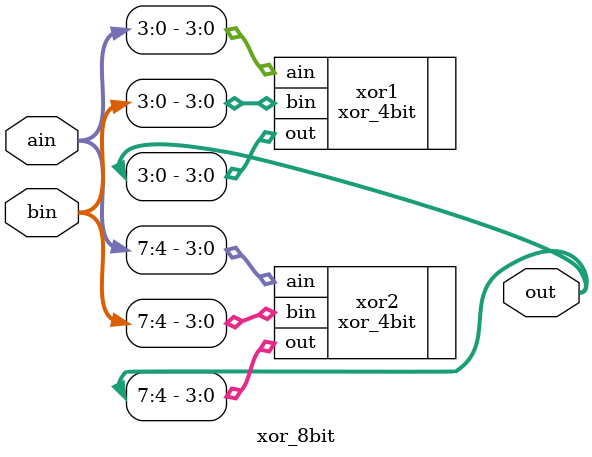
<source format=v>
module xor_8bit (
	output [7:0] out,
	input [7:0] ain,
	input [7:0] bin
);

	xor_4bit xor1 (
		.out(out[3:0]),
		.ain(ain[3:0]),
		.bin(bin[3:0])
	);
	
	xor_4bit xor2 (
		.out(out[7:4]),
		.ain(ain[7:4]),
		.bin(bin[7:4])
	);

endmodule

</source>
